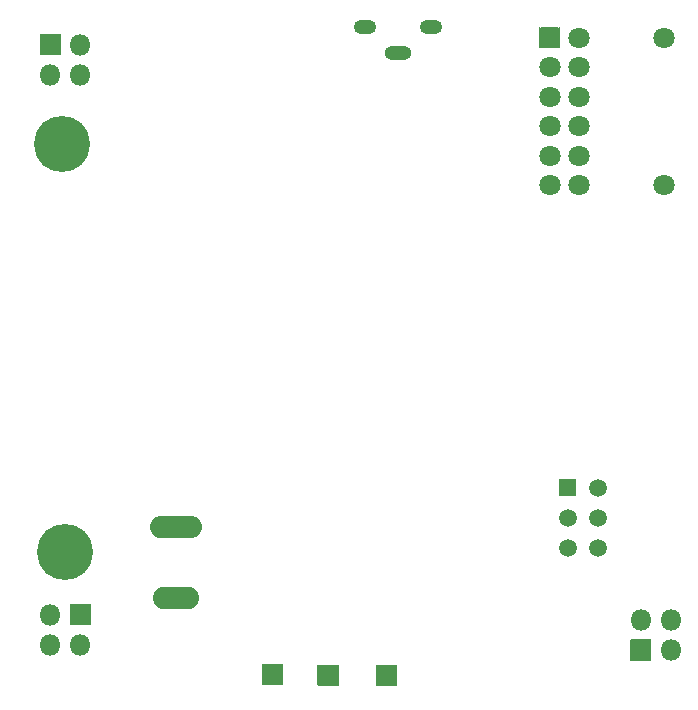
<source format=gbs>
G04 #@! TF.GenerationSoftware,KiCad,Pcbnew,5.1.7-a382d34a8~87~ubuntu20.04.1*
G04 #@! TF.CreationDate,2021-03-22T20:15:53-04:00*
G04 #@! TF.ProjectId,SystemHitLInterface,53797374-656d-4486-9974-4c496e746572,rev?*
G04 #@! TF.SameCoordinates,Original*
G04 #@! TF.FileFunction,Soldermask,Bot*
G04 #@! TF.FilePolarity,Negative*
%FSLAX46Y46*%
G04 Gerber Fmt 4.6, Leading zero omitted, Abs format (unit mm)*
G04 Created by KiCad (PCBNEW 5.1.7-a382d34a8~87~ubuntu20.04.1) date 2021-03-22 20:15:53*
%MOMM*%
%LPD*%
G01*
G04 APERTURE LIST*
%ADD10C,4.750200*%
%ADD11C,1.502000*%
%ADD12O,1.802000X1.802000*%
%ADD13O,4.402000X1.902000*%
%ADD14O,3.902000X1.902000*%
%ADD15C,1.802000*%
%ADD16O,1.902000X1.202000*%
%ADD17O,2.302000X1.202000*%
%ADD18C,0.100000*%
G04 APERTURE END LIST*
D10*
X102616000Y-88442800D03*
X102819200Y-122936000D03*
G36*
G01*
X144638600Y-118200400D02*
X144638600Y-116800400D01*
G75*
G02*
X144689600Y-116749400I51000J0D01*
G01*
X146089600Y-116749400D01*
G75*
G02*
X146140600Y-116800400I0J-51000D01*
G01*
X146140600Y-118200400D01*
G75*
G02*
X146089600Y-118251400I-51000J0D01*
G01*
X144689600Y-118251400D01*
G75*
G02*
X144638600Y-118200400I0J51000D01*
G01*
G37*
D11*
X147929600Y-117500400D03*
X145389600Y-120040400D03*
X147929600Y-120040400D03*
X145389600Y-122580400D03*
X147929600Y-122580400D03*
G36*
G01*
X103239000Y-129120000D02*
X103239000Y-127420000D01*
G75*
G02*
X103290000Y-127369000I51000J0D01*
G01*
X104990000Y-127369000D01*
G75*
G02*
X105041000Y-127420000I0J-51000D01*
G01*
X105041000Y-129120000D01*
G75*
G02*
X104990000Y-129171000I-51000J0D01*
G01*
X103290000Y-129171000D01*
G75*
G02*
X103239000Y-129120000I0J51000D01*
G01*
G37*
D12*
X101600000Y-128270000D03*
X104140000Y-130810000D03*
X101600000Y-130810000D03*
X154127200Y-128727200D03*
X151587200Y-128727200D03*
X154127200Y-131267200D03*
G36*
G01*
X152488200Y-130417200D02*
X152488200Y-132117200D01*
G75*
G02*
X152437200Y-132168200I-51000J0D01*
G01*
X150737200Y-132168200D01*
G75*
G02*
X150686200Y-132117200I0J51000D01*
G01*
X150686200Y-130417200D01*
G75*
G02*
X150737200Y-130366200I51000J0D01*
G01*
X152437200Y-130366200D01*
G75*
G02*
X152488200Y-130417200I0J-51000D01*
G01*
G37*
D13*
X112217200Y-120853200D03*
D14*
X112217200Y-126853200D03*
G36*
G01*
X102450000Y-80911000D02*
X100750000Y-80911000D01*
G75*
G02*
X100699000Y-80860000I0J51000D01*
G01*
X100699000Y-79160000D01*
G75*
G02*
X100750000Y-79109000I51000J0D01*
G01*
X102450000Y-79109000D01*
G75*
G02*
X102501000Y-79160000I0J-51000D01*
G01*
X102501000Y-80860000D01*
G75*
G02*
X102450000Y-80911000I-51000J0D01*
G01*
G37*
D12*
X101600000Y-82550000D03*
X104140000Y-80010000D03*
X104140000Y-82550000D03*
G36*
G01*
X142964600Y-80036400D02*
X142964600Y-78764400D01*
G75*
G02*
X143229600Y-78499400I265000J0D01*
G01*
X144501600Y-78499400D01*
G75*
G02*
X144766600Y-78764400I0J-265000D01*
G01*
X144766600Y-80036400D01*
G75*
G02*
X144501600Y-80301400I-265000J0D01*
G01*
X143229600Y-80301400D01*
G75*
G02*
X142964600Y-80036400I0J265000D01*
G01*
G37*
D15*
X143865600Y-81900400D03*
X143865600Y-84400400D03*
X143865600Y-86900400D03*
X143865600Y-89400400D03*
X143865600Y-91900400D03*
X146365600Y-79400400D03*
X146365600Y-81900400D03*
X146365600Y-84400400D03*
X146365600Y-86900400D03*
X146365600Y-89400400D03*
X146365600Y-91900400D03*
X153545600Y-79400400D03*
X153545600Y-91900400D03*
D16*
X128213200Y-78528600D03*
X133813200Y-78528600D03*
D17*
X131013200Y-80678600D03*
G36*
G01*
X119495000Y-134200000D02*
X119495000Y-132500000D01*
G75*
G02*
X119546000Y-132449000I51000J0D01*
G01*
X121246000Y-132449000D01*
G75*
G02*
X121297000Y-132500000I0J-51000D01*
G01*
X121297000Y-134200000D01*
G75*
G02*
X121246000Y-134251000I-51000J0D01*
G01*
X119546000Y-134251000D01*
G75*
G02*
X119495000Y-134200000I0J51000D01*
G01*
G37*
G36*
G01*
X124219400Y-134250800D02*
X124219400Y-132550800D01*
G75*
G02*
X124270400Y-132499800I51000J0D01*
G01*
X125970400Y-132499800D01*
G75*
G02*
X126021400Y-132550800I0J-51000D01*
G01*
X126021400Y-134250800D01*
G75*
G02*
X125970400Y-134301800I-51000J0D01*
G01*
X124270400Y-134301800D01*
G75*
G02*
X124219400Y-134250800I0J51000D01*
G01*
G37*
G36*
G01*
X129147000Y-134250800D02*
X129147000Y-132550800D01*
G75*
G02*
X129198000Y-132499800I51000J0D01*
G01*
X130898000Y-132499800D01*
G75*
G02*
X130949000Y-132550800I0J-51000D01*
G01*
X130949000Y-134250800D01*
G75*
G02*
X130898000Y-134301800I-51000J0D01*
G01*
X129198000Y-134301800D01*
G75*
G02*
X129147000Y-134250800I0J51000D01*
G01*
G37*
D18*
G36*
X144767765Y-80034774D02*
G01*
X144768600Y-80036400D01*
X144768600Y-80118497D01*
X144768590Y-80118693D01*
X144764601Y-80159196D01*
X144764525Y-80159581D01*
X144754499Y-80192633D01*
X144754349Y-80192995D01*
X144738072Y-80223446D01*
X144737854Y-80223772D01*
X144715945Y-80250468D01*
X144715668Y-80250745D01*
X144688972Y-80272654D01*
X144688646Y-80272872D01*
X144658195Y-80289149D01*
X144657833Y-80289299D01*
X144624781Y-80299325D01*
X144624396Y-80299401D01*
X144583893Y-80303390D01*
X144583697Y-80303400D01*
X144501600Y-80303400D01*
X144499868Y-80302400D01*
X144499868Y-80300400D01*
X144501404Y-80299410D01*
X144552904Y-80294338D01*
X144602242Y-80279371D01*
X144647710Y-80255068D01*
X144687562Y-80222362D01*
X144720268Y-80182510D01*
X144744571Y-80137042D01*
X144759538Y-80087704D01*
X144764610Y-80036204D01*
X144765775Y-80034578D01*
X144767765Y-80034774D01*
G37*
G36*
X142966590Y-80036204D02*
G01*
X142971662Y-80087704D01*
X142986629Y-80137042D01*
X143010932Y-80182510D01*
X143043638Y-80222362D01*
X143083490Y-80255068D01*
X143128958Y-80279371D01*
X143178296Y-80294338D01*
X143229796Y-80299410D01*
X143231422Y-80300575D01*
X143231226Y-80302565D01*
X143229600Y-80303400D01*
X143147503Y-80303400D01*
X143147307Y-80303390D01*
X143106804Y-80299401D01*
X143106419Y-80299325D01*
X143073367Y-80289299D01*
X143073005Y-80289149D01*
X143042554Y-80272872D01*
X143042228Y-80272654D01*
X143015532Y-80250745D01*
X143015255Y-80250468D01*
X142993346Y-80223772D01*
X142993128Y-80223446D01*
X142976851Y-80192995D01*
X142976701Y-80192633D01*
X142966675Y-80159581D01*
X142966599Y-80159196D01*
X142962610Y-80118693D01*
X142962600Y-80118497D01*
X142962600Y-80036400D01*
X142963600Y-80034668D01*
X142965600Y-80034668D01*
X142966590Y-80036204D01*
G37*
G36*
X143231332Y-78498400D02*
G01*
X143231332Y-78500400D01*
X143229796Y-78501390D01*
X143178296Y-78506462D01*
X143128958Y-78521429D01*
X143083490Y-78545732D01*
X143043638Y-78578438D01*
X143010932Y-78618290D01*
X142986629Y-78663758D01*
X142971662Y-78713096D01*
X142966590Y-78764596D01*
X142965425Y-78766222D01*
X142963435Y-78766026D01*
X142962600Y-78764400D01*
X142962600Y-78682303D01*
X142962610Y-78682107D01*
X142966599Y-78641604D01*
X142966675Y-78641219D01*
X142976701Y-78608167D01*
X142976851Y-78607805D01*
X142993128Y-78577354D01*
X142993346Y-78577028D01*
X143015255Y-78550332D01*
X143015532Y-78550055D01*
X143042228Y-78528146D01*
X143042554Y-78527928D01*
X143073005Y-78511651D01*
X143073367Y-78511501D01*
X143106419Y-78501475D01*
X143106804Y-78501399D01*
X143147307Y-78497410D01*
X143147503Y-78497400D01*
X143229600Y-78497400D01*
X143231332Y-78498400D01*
G37*
G36*
X144583893Y-78497410D02*
G01*
X144624396Y-78501399D01*
X144624781Y-78501475D01*
X144657833Y-78511501D01*
X144658195Y-78511651D01*
X144688646Y-78527928D01*
X144688972Y-78528146D01*
X144715668Y-78550055D01*
X144715945Y-78550332D01*
X144737854Y-78577028D01*
X144738072Y-78577354D01*
X144754349Y-78607805D01*
X144754499Y-78608167D01*
X144764525Y-78641219D01*
X144764601Y-78641604D01*
X144768590Y-78682107D01*
X144768600Y-78682303D01*
X144768600Y-78764400D01*
X144767600Y-78766132D01*
X144765600Y-78766132D01*
X144764610Y-78764596D01*
X144759538Y-78713096D01*
X144744571Y-78663758D01*
X144720268Y-78618290D01*
X144687562Y-78578438D01*
X144647710Y-78545732D01*
X144602242Y-78521429D01*
X144552904Y-78506462D01*
X144501404Y-78501390D01*
X144499778Y-78500225D01*
X144499974Y-78498235D01*
X144501600Y-78497400D01*
X144583697Y-78497400D01*
X144583893Y-78497410D01*
G37*
M02*

</source>
